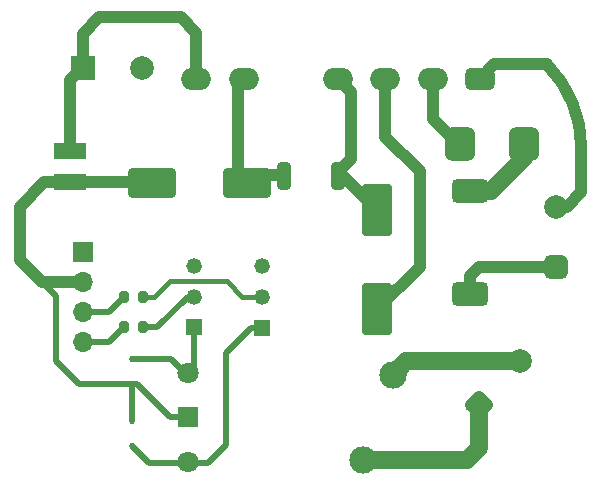
<source format=gtl>
%TF.GenerationSoftware,KiCad,Pcbnew,7.0.2-6a45011f42~172~ubuntu22.04.1*%
%TF.CreationDate,2023-05-10T16:31:11+02:00*%
%TF.ProjectId,220AC-mini-C3-board,32323041-432d-46d6-996e-692d43332d62,rev?*%
%TF.SameCoordinates,Original*%
%TF.FileFunction,Copper,L1,Top*%
%TF.FilePolarity,Positive*%
%FSLAX46Y46*%
G04 Gerber Fmt 4.6, Leading zero omitted, Abs format (unit mm)*
G04 Created by KiCad (PCBNEW 7.0.2-6a45011f42~172~ubuntu22.04.1) date 2023-05-10 16:31:11*
%MOMM*%
%LPD*%
G01*
G04 APERTURE LIST*
G04 Aperture macros list*
%AMRoundRect*
0 Rectangle with rounded corners*
0 $1 Rounding radius*
0 $2 $3 $4 $5 $6 $7 $8 $9 X,Y pos of 4 corners*
0 Add a 4 corners polygon primitive as box body*
4,1,4,$2,$3,$4,$5,$6,$7,$8,$9,$2,$3,0*
0 Add four circle primitives for the rounded corners*
1,1,$1+$1,$2,$3*
1,1,$1+$1,$4,$5*
1,1,$1+$1,$6,$7*
1,1,$1+$1,$8,$9*
0 Add four rect primitives between the rounded corners*
20,1,$1+$1,$2,$3,$4,$5,0*
20,1,$1+$1,$4,$5,$6,$7,0*
20,1,$1+$1,$6,$7,$8,$9,0*
20,1,$1+$1,$8,$9,$2,$3,0*%
G04 Aperture macros list end*
%TA.AperFunction,SMDPad,CuDef*%
%ADD10RoundRect,0.650875X0.650875X0.796925X-0.650875X0.796925X-0.650875X-0.796925X0.650875X-0.796925X0*%
%TD*%
%TA.AperFunction,ComponentPad*%
%ADD11R,1.320800X1.320800*%
%TD*%
%TA.AperFunction,ComponentPad*%
%ADD12C,1.320800*%
%TD*%
%TA.AperFunction,SMDPad,CuDef*%
%ADD13RoundRect,0.200000X0.200000X0.275000X-0.200000X0.275000X-0.200000X-0.275000X0.200000X-0.275000X0*%
%TD*%
%TA.AperFunction,SMDPad,CuDef*%
%ADD14RoundRect,0.250000X1.000000X-1.950000X1.000000X1.950000X-1.000000X1.950000X-1.000000X-1.950000X0*%
%TD*%
%TA.AperFunction,SMDPad,CuDef*%
%ADD15R,0.450000X0.600000*%
%TD*%
%TA.AperFunction,SMDPad,CuDef*%
%ADD16RoundRect,0.279400X-0.279400X-0.876300X0.279400X-0.876300X0.279400X0.876300X-0.279400X0.876300X0*%
%TD*%
%TA.AperFunction,ComponentPad*%
%ADD17RoundRect,0.476250X0.781050X0.476250X-0.781050X0.476250X-0.781050X-0.476250X0.781050X-0.476250X0*%
%TD*%
%TA.AperFunction,ComponentPad*%
%ADD18O,2.514600X1.905000*%
%TD*%
%TA.AperFunction,ComponentPad*%
%ADD19RoundRect,0.500000X0.024678X-0.706676X0.706676X0.024678X-0.024678X0.706676X-0.706676X-0.024678X0*%
%TD*%
%TA.AperFunction,ComponentPad*%
%ADD20C,2.000000*%
%TD*%
%TA.AperFunction,ComponentPad*%
%ADD21RoundRect,0.500000X0.500000X-0.500000X0.500000X0.500000X-0.500000X0.500000X-0.500000X-0.500000X0*%
%TD*%
%TA.AperFunction,ComponentPad*%
%ADD22C,1.803400*%
%TD*%
%TA.AperFunction,ComponentPad*%
%ADD23R,1.803400X1.803400*%
%TD*%
%TA.AperFunction,ComponentPad*%
%ADD24C,2.311400*%
%TD*%
%TA.AperFunction,ComponentPad*%
%ADD25R,2.000000X2.000000*%
%TD*%
%TA.AperFunction,SMDPad,CuDef*%
%ADD26RoundRect,0.514350X1.047750X-0.514350X1.047750X0.514350X-1.047750X0.514350X-1.047750X-0.514350X0*%
%TD*%
%TA.AperFunction,SMDPad,CuDef*%
%ADD27R,2.700000X1.400000*%
%TD*%
%TA.AperFunction,SMDPad,CuDef*%
%ADD28RoundRect,0.250000X-1.750000X-1.000000X1.750000X-1.000000X1.750000X1.000000X-1.750000X1.000000X0*%
%TD*%
%TA.AperFunction,ComponentPad*%
%ADD29R,1.700000X1.700000*%
%TD*%
%TA.AperFunction,ComponentPad*%
%ADD30O,1.700000X1.700000*%
%TD*%
%TA.AperFunction,Conductor*%
%ADD31C,1.000000*%
%TD*%
%TA.AperFunction,Conductor*%
%ADD32C,1.500000*%
%TD*%
%TA.AperFunction,Conductor*%
%ADD33C,0.500000*%
%TD*%
%TA.AperFunction,Conductor*%
%ADD34C,0.400000*%
%TD*%
G04 APERTURE END LIST*
D10*
%TO.P,R1,1*%
%TO.N,Net-(F1-Pad2)*%
X154998750Y-78450000D03*
%TO.P,R1,2*%
%TO.N,Net-(R1-Pad2)*%
X149601250Y-78450000D03*
%TD*%
D11*
%TO.P,Q1,1,C*%
%TO.N,Net-(D1-Pad2)*%
X132760000Y-94000000D03*
D12*
%TO.P,Q1,2,B*%
%TO.N,Net-(Q1-Pad2)*%
X132760000Y-91400000D03*
%TO.P,Q1,3,E*%
%TO.N,GND*%
X132760000Y-88800000D03*
%TD*%
D13*
%TO.P,R2,1*%
%TO.N,Net-(Q2-Pad2)*%
X122745000Y-93980000D03*
%TO.P,R2,2*%
%TO.N,/IO_2*%
X121095000Y-93980000D03*
%TD*%
D14*
%TO.P,C11,1*%
%TO.N,Net-(C1-Pad1)*%
X142560000Y-92460000D03*
%TO.P,C11,2*%
%TO.N,Net-(C1-Pad2)*%
X142560000Y-84060000D03*
%TD*%
D15*
%TO.P,D2,1,K*%
%TO.N,+3V3*%
X121810000Y-98790000D03*
%TO.P,D2,2,A*%
%TO.N,Net-(D2-Pad2)*%
X121810000Y-96690000D03*
%TD*%
D16*
%TO.P,CY1,1*%
%TO.N,GND*%
X134702100Y-81150000D03*
%TO.P,CY1,2*%
%TO.N,Net-(C1-Pad2)*%
X139197900Y-81150000D03*
%TD*%
D17*
%TO.P,U1,1,ACL*%
%TO.N,/AC (N)*%
X151249999Y-72920000D03*
D18*
%TO.P,U1,2,ACN*%
%TO.N,Net-(R1-Pad2)*%
X147250000Y-72920000D03*
%TO.P,U1,3,+VCAP*%
%TO.N,Net-(C1-Pad1)*%
X143250000Y-72920000D03*
%TO.P,U1,4,-VCAP*%
%TO.N,Net-(C1-Pad2)*%
X139250000Y-72920000D03*
%TO.P,U1,5,-VO*%
%TO.N,GND*%
X131250001Y-72920000D03*
%TO.P,U1,6,+VO*%
%TO.N,Net-(C2-Pad1)*%
X127250002Y-72920000D03*
%TD*%
D19*
%TO.P,J2,1,Pin_1*%
%TO.N,Net-(J2-Pad1)*%
X151137724Y-100587638D03*
D20*
%TO.P,J2,2,Pin_2*%
%TO.N,Net-(J2-Pad2)*%
X154602276Y-96872362D03*
%TD*%
D21*
%TO.P,J1,1,Pin_1*%
%TO.N,AC*%
X157700000Y-88840000D03*
D20*
%TO.P,J1,2,Pin_2*%
%TO.N,/AC (N)*%
X157700000Y-83760000D03*
%TD*%
D13*
%TO.P,R3,1*%
%TO.N,Net-(Q1-Pad2)*%
X122745000Y-91440000D03*
%TO.P,R3,2*%
%TO.N,/IO_3*%
X121095000Y-91440000D03*
%TD*%
D11*
%TO.P,Q2,1,C*%
%TO.N,Net-(D2-Pad2)*%
X127000000Y-93980000D03*
D12*
%TO.P,Q2,2,B*%
%TO.N,Net-(Q2-Pad2)*%
X127000000Y-91380000D03*
%TO.P,Q2,3,E*%
%TO.N,GND*%
X127000000Y-88780000D03*
%TD*%
D22*
%TO.P,K1,1*%
%TO.N,Net-(D1-Pad2)*%
X126570000Y-105350000D03*
D23*
%TO.P,K1,2*%
%TO.N,+3V3*%
X126570000Y-101600000D03*
D22*
%TO.P,K1,3*%
%TO.N,Net-(D2-Pad2)*%
X126570000Y-97850000D03*
D24*
%TO.P,K1,4*%
%TO.N,Net-(J2-Pad2)*%
X143903000Y-98000000D03*
%TO.P,K1,5*%
%TO.N,Net-(J2-Pad1)*%
X141363000Y-105200000D03*
%TD*%
D25*
%TO.P,C2,1*%
%TO.N,Net-(C2-Pad1)*%
X117622323Y-72030000D03*
D20*
%TO.P,C2,2*%
%TO.N,GND*%
X122622323Y-72030000D03*
%TD*%
D26*
%TO.P,F1,1*%
%TO.N,AC*%
X150380000Y-91178800D03*
%TO.P,F1,2*%
%TO.N,Net-(F1-Pad2)*%
X150380000Y-82441200D03*
%TD*%
D15*
%TO.P,D1,1,K*%
%TO.N,+3V3*%
X121810000Y-101950000D03*
%TO.P,D1,2,A*%
%TO.N,Net-(D1-Pad2)*%
X121810000Y-104050000D03*
%TD*%
D27*
%TO.P,L1,1,1*%
%TO.N,Net-(C2-Pad1)*%
X116580000Y-79020000D03*
%TO.P,L1,2,2*%
%TO.N,+3V3*%
X116580000Y-81720000D03*
%TD*%
D28*
%TO.P,C3,1*%
%TO.N,+3V3*%
X123510000Y-81730000D03*
%TO.P,C3,2*%
%TO.N,GND*%
X131510000Y-81730000D03*
%TD*%
D29*
%TO.P,J3,1,Pin_1*%
%TO.N,GND*%
X117605000Y-87620000D03*
D30*
%TO.P,J3,2,Pin_2*%
%TO.N,+3V3*%
X117605000Y-90160000D03*
%TO.P,J3,3,Pin_3*%
%TO.N,/IO_3*%
X117605000Y-92700000D03*
%TO.P,J3,4,Pin_4*%
%TO.N,/IO_2*%
X117605000Y-95240000D03*
%TD*%
D31*
%TO.N,Net-(C1-Pad1)*%
X146160000Y-80760000D02*
X143250000Y-77850000D01*
X143250000Y-77850000D02*
X143250000Y-72920000D01*
X142560000Y-92460000D02*
X146160000Y-88860000D01*
X146160000Y-88860000D02*
X146160000Y-80760000D01*
%TO.N,Net-(C1-Pad2)*%
X139390001Y-73140000D02*
X140300001Y-74050000D01*
X140300001Y-74050000D02*
X140300000Y-79767900D01*
X139197900Y-80870000D02*
X140300000Y-79767900D01*
X139650000Y-81150000D02*
X142560000Y-84060000D01*
X139197900Y-81150000D02*
X139197900Y-80870000D01*
%TO.N,Net-(C2-Pad1)*%
X116580000Y-73072323D02*
X117622323Y-72030000D01*
X127250002Y-69100002D02*
X125900000Y-67750000D01*
X127250002Y-72920000D02*
X127250002Y-69100002D01*
X116580000Y-79020000D02*
X116580000Y-73072323D01*
X119000000Y-67750000D02*
X117622323Y-69127677D01*
X117622323Y-69127677D02*
X117622323Y-72030000D01*
X125900000Y-67750000D02*
X119000000Y-67750000D01*
%TO.N,GND*%
X130750000Y-73420001D02*
X131250001Y-72920000D01*
X131280000Y-81680000D02*
X130750000Y-81150000D01*
X130750000Y-81150000D02*
X130750000Y-74150000D01*
X131860000Y-81100000D02*
X131280000Y-81680000D01*
X134472100Y-81100000D02*
X131860000Y-81100000D01*
X130750000Y-74150000D02*
X130750000Y-73420001D01*
%TO.N,AC*%
X151200000Y-88840000D02*
X150380000Y-89660000D01*
X150380000Y-89660000D02*
X150380000Y-91178800D01*
X157700000Y-88840000D02*
X151200000Y-88840000D01*
D32*
%TO.N,Net-(F1-Pad2)*%
X150380000Y-82441200D02*
X152218800Y-82441200D01*
X152218800Y-82441200D02*
X154998750Y-79661250D01*
X154998750Y-79661250D02*
X154998750Y-78450000D01*
D31*
%TO.N,/AC (N)*%
X159835000Y-82535000D02*
X159835000Y-78777136D01*
X157700000Y-83760000D02*
X158610000Y-83760000D01*
X152463931Y-71706068D02*
X151249999Y-72920000D01*
X158610000Y-83760000D02*
X159835000Y-82535000D01*
X156906068Y-71706068D02*
X152463931Y-71706068D01*
X159834974Y-78777136D02*
G75*
G03*
X156906067Y-71706069I-9999974J36D01*
G01*
%TO.N,Net-(R1-Pad2)*%
X149601250Y-78450000D02*
X149390000Y-78450000D01*
X149390000Y-78450000D02*
X147250000Y-76310000D01*
X147250000Y-76310000D02*
X147250000Y-72920000D01*
D33*
%TO.N,/IO_2*%
X119835000Y-95240000D02*
X121095000Y-93980000D01*
X117605000Y-95240000D02*
X119835000Y-95240000D01*
%TO.N,/IO_3*%
X119835000Y-92700000D02*
X121095000Y-91440000D01*
X117605000Y-92700000D02*
X119835000Y-92700000D01*
D31*
%TO.N,+3V3*%
X112330000Y-88320000D02*
X114190000Y-90180000D01*
X116580000Y-81720000D02*
X123240000Y-81720000D01*
D33*
X117300000Y-98790000D02*
X115340000Y-96830000D01*
X121810000Y-98790000D02*
X121810000Y-100340000D01*
X121810000Y-98790000D02*
X117300000Y-98790000D01*
X122230000Y-98790000D02*
X121810000Y-98790000D01*
X115340000Y-96830000D02*
X115340000Y-91330000D01*
X121810000Y-100340000D02*
X121810000Y-101950000D01*
D31*
X114380000Y-81720000D02*
X116580000Y-81720000D01*
D33*
X125040000Y-101600000D02*
X122230000Y-98790000D01*
X126570000Y-101600000D02*
X125040000Y-101600000D01*
D31*
X112330000Y-88320000D02*
X112330000Y-83770000D01*
X112330000Y-83770000D02*
X114380000Y-81720000D01*
D33*
X115340000Y-91330000D02*
X114190000Y-90180000D01*
D31*
X123240000Y-81720000D02*
X123280000Y-81680000D01*
X116865000Y-90180000D02*
X114190000Y-90180000D01*
D32*
%TO.N,Net-(J2-Pad1)*%
X151137724Y-104232276D02*
X150170000Y-105200000D01*
X151137724Y-100587638D02*
X151137724Y-104232276D01*
X150170000Y-105200000D02*
X141363000Y-105200000D01*
%TO.N,Net-(J2-Pad2)*%
X154602276Y-96872362D02*
X145030638Y-96872362D01*
X145030638Y-96872362D02*
X143903000Y-98000000D01*
D33*
%TO.N,Net-(D1-Pad2)*%
X123225000Y-105465000D02*
X121810000Y-104050000D01*
X129740000Y-103970000D02*
X128245000Y-105465000D01*
X128245000Y-105465000D02*
X126300000Y-105465000D01*
X126300000Y-105465000D02*
X123225000Y-105465000D01*
X129740000Y-96120000D02*
X129740000Y-103970000D01*
X132760000Y-94000000D02*
X131860000Y-94000000D01*
X131860000Y-94000000D02*
X129740000Y-96120000D01*
%TO.N,Net-(D2-Pad2)*%
X121810000Y-96690000D02*
X125130000Y-96690000D01*
X125130000Y-96690000D02*
X126300000Y-97860000D01*
X127000000Y-93980000D02*
X127000000Y-98165000D01*
D34*
%TO.N,Net-(Q1-Pad2)*%
X125000000Y-90100000D02*
X129800000Y-90100000D01*
X122745000Y-91440000D02*
X123660000Y-91440000D01*
X131100000Y-91400000D02*
X132760000Y-91400000D01*
X129800000Y-90100000D02*
X131100000Y-91400000D01*
X123660000Y-91440000D02*
X125000000Y-90100000D01*
D33*
%TO.N,Net-(Q2-Pad2)*%
X122745000Y-93980000D02*
X123920000Y-93980000D01*
X126520000Y-91380000D02*
X127000000Y-91380000D01*
X123920000Y-93980000D02*
X126520000Y-91380000D01*
%TD*%
M02*

</source>
